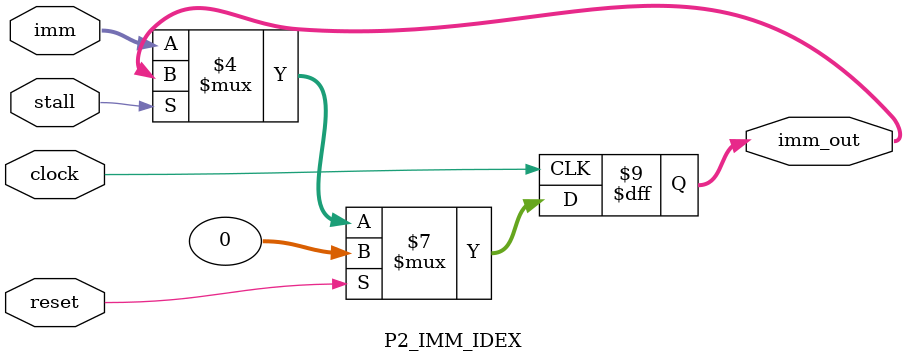
<source format=v>
module P2_IMM_IDEX(
	input wire clock,
	input wire reset,
	input wire [31:0] imm,
	input stall,
	output reg [31:0] imm_out

);

	always @(posedge clock) begin
		if (reset == 1'b1) begin
			imm_out <= 0;
		end else begin
			if (stall == 0) begin//only move if not stalled
				imm_out <= imm;
			end
		end
	end

endmodule
</source>
